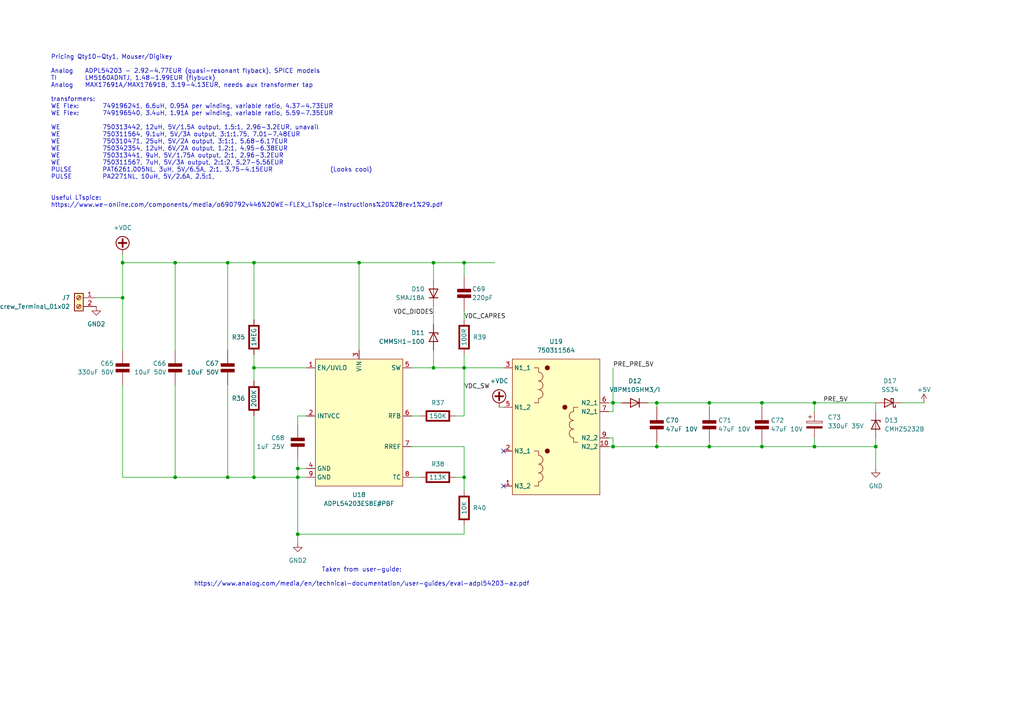
<source format=kicad_sch>
(kicad_sch (version 20250114) (generator "eeschema") (generator_version "9.0")
  (paper "A4")
  (lib_symbols
    (symbol "Connector:Screw_Terminal_01x02" (pin_names (offset 1.016) (hide yes))
      (property "Reference" "J" (at 0 2.54 0))
      (property "Value" "Screw_Terminal_01x02" (at 0 -5.08 0))
      (symbol "Screw_Terminal_01x02_1_1"
        (rectangle (start -1.27 1.27) (end 1.27 -3.81) (stroke (width 0.254)) (fill (type background)))
        (polyline (pts (xy -0.5334 0.3302) (xy 0.3302 -0.508)) (stroke (width 0.1524)))
        (polyline (pts (xy -0.5334 -2.2098) (xy 0.3302 -3.048)) (stroke (width 0.1524)))
        (polyline (pts (xy -0.3556 0.508) (xy 0.508 -0.3302)) (stroke (width 0.1524)))
        (polyline (pts (xy -0.3556 -2.032) (xy 0.508 -2.8702)) (stroke (width 0.1524)))
        (circle (center 0 0) (radius 0.635) (stroke (width 0.1524)))
        (circle (center 0 -2.54) (radius 0.635) (stroke (width 0.1524)))
        (pin passive line (at -5.08 0 0) (length 3.81) (name "Pin_1") (number "1"))
        (pin passive line (at -5.08 -2.54 0) (length 3.81) (name "Pin_2") (number "2"))
      )
    )
    (symbol "D_1" (pin_numbers (hide yes)) (pin_names (offset 1.016) (hide yes))
      (property "Reference" "D1" (at 0 -6.35 0))
      (property "Value" "V8PM10SHM3/I" (at 0 -3.81 0))
      (symbol "D_1_0_1"
        (polyline (pts (xy -1.27 1.27) (xy -1.27 -1.27)) (stroke (width 0.254)))
        (polyline (pts (xy 1.27 1.27) (xy 1.27 -1.27) (xy -1.27 0) (xy 1.27 1.27)) (stroke (width 0.254)))
        (polyline (pts (xy 1.27 0) (xy -1.27 0)))
      )
      (symbol "D_1_1_1"
        (pin passive line (at -3.81 0 0) (length 2.54) (name "K") (number "3"))
        (pin passive line (at 3.81 0 180) (length 2.54) (name "A") (number "1"))
        (pin passive line (at 3.81 0 180) (length 2.54) (name "A") (number "2"))
      )
    )
    (symbol "Device:C_Polarized" (pin_numbers (hide yes)) (pin_names (offset 0.254))
      (property "Reference" "C" (at 0.635 2.54 0))
      (property "Value" "C_Polarized" (at 0.635 -2.54 0))
      (symbol "C_Polarized_0_1"
        (rectangle (start -2.286 0.508) (end 2.286 1.016))
        (polyline (pts (xy -1.778 2.286) (xy -0.762 2.286)))
        (polyline (pts (xy -1.27 2.794) (xy -1.27 1.778)))
        (rectangle (start 2.286 -0.508) (end -2.286 -1.016) (fill (type outline)))
      )
      (symbol "C_Polarized_1_1"
        (pin passive line (at 0 3.81 270) (length 2.794) (name "~") (number "1"))
        (pin passive line (at 0 -3.81 90) (length 2.794) (name "~") (number "2"))
      )
    )
    (symbol "Device:D" (pin_numbers (hide yes)) (pin_names (offset 1.016) (hide yes))
      (property "Reference" "D" (at 0 2.54 0))
      (property "Value" "D" (at 0 -2.54 0))
      (symbol "D_0_1"
        (polyline (pts (xy -1.27 1.27) (xy -1.27 -1.27)) (stroke (width 0.254)))
        (polyline (pts (xy 1.27 1.27) (xy 1.27 -1.27) (xy -1.27 0) (xy 1.27 1.27)) (stroke (width 0.254)))
        (polyline (pts (xy 1.27 0) (xy -1.27 0)))
      )
      (symbol "D_1_1"
        (pin passive line (at -3.81 0 0) (length 2.54) (name "K") (number "1"))
        (pin passive line (at 3.81 0 180) (length 2.54) (name "A") (number "2"))
      )
    )
    (symbol "Device:D_Zener" (pin_numbers (hide yes)) (pin_names (offset 1.016) (hide yes))
      (property "Reference" "D" (at 0 2.54 0))
      (property "Value" "D_Zener" (at 0 -2.54 0))
      (symbol "D_Zener_0_1"
        (polyline (pts (xy -1.27 -1.27) (xy -1.27 1.27) (xy -0.762 1.27)) (stroke (width 0.254)))
        (polyline (pts (xy 1.27 0) (xy -1.27 0)))
        (polyline (pts (xy 1.27 -1.27) (xy 1.27 1.27) (xy -1.27 0) (xy 1.27 -1.27)) (stroke (width 0.254)))
      )
      (symbol "D_Zener_1_1"
        (pin passive line (at -3.81 0 0) (length 2.54) (name "K") (number "1"))
        (pin passive line (at 3.81 0 180) (length 2.54) (name "A") (number "2"))
      )
    )
    (symbol "Diode:SS34" (pin_numbers (hide yes)) (pin_names (offset 1.016) (hide yes))
      (property "Reference" "D" (at 0 2.54 0))
      (property "Value" "SS34" (at 0 -2.54 0))
      (symbol "SS34_0_1"
        (polyline (pts (xy -1.905 0.635) (xy -1.905 1.27) (xy -1.27 1.27) (xy -1.27 -1.27) (xy -0.635 -1.27) (xy -0.635 -0.635)) (stroke (width 0.254)))
        (polyline (pts (xy 1.27 1.27) (xy 1.27 -1.27) (xy -1.27 0) (xy 1.27 1.27)) (stroke (width 0.254)))
        (polyline (pts (xy 1.27 0) (xy -1.27 0)))
      )
      (symbol "SS34_1_1"
        (pin passive line (at -3.81 0 0) (length 2.54) (name "K") (number "1"))
        (pin passive line (at 3.81 0 180) (length 2.54) (name "A") (number "2"))
      )
    )
    (symbol "PCM_Elektuur:C" (pin_numbers (hide yes)) (pin_names (offset 0) (hide yes))
      (property "Reference" "C" (at 0.635 3.175 0))
      (property "Value" "C" (at 0.635 -3.175 0))
      (symbol "C_1_1"
        (rectangle (start -1.905 1.1938) (end 1.905 0.4318) (stroke (width 0.254)) (fill (type outline)))
        (rectangle (start -1.905 -0.4318) (end 1.905 -1.1938) (stroke (width 0.254)) (fill (type outline)))
        (pin passive line (at 0 5.08 270) (length 3.8862) (name "+") (number "1"))
        (pin passive line (at 0 -5.08 90) (length 3.8862) (name "-") (number "2"))
      )
      (symbol "C_1_2"
        (polyline (pts (xy -1.905 0.4318) (xy 1.905 0.4318) (xy 1.905 1.4986) (xy -1.905 1.4986) (xy -1.905 0.4318) (xy -1.8034 0.5334) (xy -1.8034 1.397) (xy 1.8034 1.397) (xy 1.8034 0.5334) (xy -1.8034 0.5334) (xy -1.905 0.4318)) (stroke (width 0.254)) (fill (type outline)))
        (polyline (pts (xy -1.905 -1.4986) (xy 1.905 -1.4986) (xy 1.905 -0.4318) (xy -1.905 -0.4318) (xy -1.905 -1.4986) (xy -1.8034 -1.397) (xy -1.8034 -0.5334) (xy 1.8034 -0.5334) (xy 1.8034 -1.397) (xy -1.8034 -1.397) (xy -1.905 -1.4986)) (stroke (width 0.254)) (fill (type outline)))
        (pin passive line (at 0 5.08 270) (length 3.5814) (name "+") (number "1"))
        (pin passive line (at 0 -5.08 90) (length 3.5814) (name "-") (number "2"))
      )
    )
    (symbol "PCM_Elektuur:R" (pin_numbers (hide yes)) (pin_names (offset 0) (hide yes))
      (property "Reference" "R" (at 2.54 3.175 0))
      (property "Value" "R" (at 0 0 90))
      (symbol "R_1_1"
        (polyline (pts (xy -1.524 -3.429) (xy 1.524 -3.429) (xy 1.524 3.429) (xy -1.524 3.429) (xy -1.524 -3.429) (xy -1.27 -3.175) (xy -1.27 3.175) (xy 1.27 3.175) (xy 1.27 -3.175) (xy -1.27 -3.175) (xy -1.524 -3.429)) (stroke (width 0.254)) (fill (type outline)))
        (pin passive line (at 0 5.08 270) (length 1.651) (name "+") (number "1"))
        (pin passive line (at 0 -5.08 90) (length 1.651) (name "-") (number "2"))
      )
      (symbol "R_1_2"
        (polyline (pts (xy -0.508 -3.429) (xy 1.524 -3.429) (xy 1.524 3.429) (xy -0.508 3.429) (xy -0.508 3.175) (xy 1.27 3.175) (xy 1.27 -3.175) (xy -0.508 -3.175) (xy -0.508 -3.429)) (stroke (width 0.254)) (fill (type outline)))
        (pin passive line (at 0 5.08 270) (length 1.651) (name "+") (number "1"))
        (pin passive line (at 0 -5.08 90) (length 1.651) (name "-") (number "2"))
      )
      (symbol "R_1_3"
        (polyline (pts (xy 0 3.4798) (xy 0 3.2004) (xy 0.7112 2.794) (xy -1.1938 1.6764) (xy 0.7112 0.5588) (xy -1.1938 -0.5588) (xy 0.7112 -1.6764) (xy -1.1938 -2.794) (xy 0 -3.4798) (xy 0 -3.2004) (xy -0.7112 -2.794) (xy 1.1938 -1.6764) (xy -0.7112 -0.5588) (xy 1.1938 0.5588) (xy -0.7112 1.6764) (xy 1.1938 2.794) (xy 0 3.4798)) (stroke (width 0.254)) (fill (type outline)))
        (pin passive line (at 0 5.08 270) (length 1.6002) (name "+") (number "1"))
        (pin passive line (at 0 -5.08 90) (length 1.6002) (name "-") (number "2"))
      )
      (symbol "R_1_4"
        (polyline (pts (xy 0 4.5466) (xy 0 4.2672) (xy 0.0508 4.2418) (xy 1.016 3.683) (xy -1.524 2.2098) (xy 1.016 0.7366) (xy -1.524 -0.7366) (xy 1.016 -2.2098) (xy -1.524 -3.683) (xy -0.0762 -4.5212) (xy 0 -4.5466) (xy 0 -4.2672) (xy -0.0508 -4.2418) (xy -1.016 -3.683) (xy 1.524 -2.2098) (xy -1.016 -0.7366) (xy 1.524 0.7366) (xy -1.016 2.2098) (xy 1.524 3.683) (xy 0.0762 4.5212) (xy 0 4.5466)) (stroke (width 0.254)) (fill (type outline)))
        (pin passive line (at 0 5.08 270) (length 0.5334) (name "+") (number "1"))
        (pin passive line (at 0 -5.08 90) (length 0.5334) (name "-") (number "2"))
      )
    )
    (symbol "parts:ADPL54203"
      (property "Reference" "U" (at 0.762 1.016 0))
      (property "Value" "ADPL54203ES8E#PBF" (at 0 0 0))
      (symbol "ADPL54203_1_1"
        (rectangle (start 0 -2.54) (end 25.4 -39.37) (fill (type background)))
        (pin input line (at -2.54 -5.08 0) (length 2.54) (name "EN/UVLO") (number "1"))
        (pin input line (at -2.54 -19.05 0) (length 2.54) (name "INTVCC") (number "2"))
        (pin power_in line (at -2.54 -34.29 0) (length 2.54) (name "GND") (number "4"))
        (pin power_in line (at -2.54 -36.83 0) (length 2.54) (name "GND") (number "9"))
        (pin power_in line (at 12.7 0 270) (length 2.54) (name "VIN") (number "3"))
        (pin passive line (at 27.94 -5.08 180) (length 2.54) (name "SW") (number "5"))
        (pin passive line (at 27.94 -19.05 180) (length 2.54) (name "RFB") (number "6"))
        (pin passive line (at 27.94 -27.94 180) (length 2.54) (name "RREF") (number "7"))
        (pin passive line (at 27.94 -36.83 180) (length 2.54) (name "TC") (number "8"))
      )
    )
    (symbol "parts:WURTH_750311564"
      (property "Reference" "U" (at 0.762 1.016 0))
      (property "Value" "750311564" (at 0 0 0))
      (symbol "WURTH_750311564_1_1"
        (rectangle (start 0 0) (end 25.4 -39.37) (fill (type background)))
        (polyline (pts (xy 6.35 -2.54) (xy 7.62 -2.54) (xy 7.62 -3.81)))
        (polyline (pts (xy 6.35 -12.7) (xy 7.62 -12.7) (xy 7.62 -11.43)))
        (polyline (pts (xy 6.35 -26.67) (xy 7.62 -26.67) (xy 7.62 -27.94)))
        (polyline (pts (xy 6.35 -36.83) (xy 7.62 -36.83) (xy 7.62 -35.56)))
        (arc (start 7.62 -3.81) (mid 8.518 -4.182) (end 8.89 -5.08))
        (arc (start 8.89 -5.08) (mid 8.518 -5.978) (end 7.62 -6.35))
        (arc (start 7.62 -6.35) (mid 8.518 -6.722) (end 8.89 -7.62))
        (arc (start 8.89 -7.62) (mid 8.518 -8.518) (end 7.62 -8.89))
        (arc (start 7.62 -8.89) (mid 8.518 -9.262) (end 8.89 -10.16))
        (arc (start 8.89 -10.16) (mid 8.518 -11.058) (end 7.62 -11.43))
        (arc (start 7.62 -27.94) (mid 8.518 -28.312) (end 8.89 -29.21))
        (arc (start 8.89 -29.21) (mid 8.518 -30.108) (end 7.62 -30.48))
        (arc (start 7.62 -30.48) (mid 8.518 -30.852) (end 8.89 -31.75))
        (arc (start 8.89 -31.75) (mid 8.518 -32.648) (end 7.62 -33.02))
        (arc (start 7.62 -33.02) (mid 8.518 -33.392) (end 8.89 -34.29))
        (arc (start 8.89 -34.29) (mid 8.518 -35.188) (end 7.62 -35.56))
        (circle (center 10.16 -2.54) (radius 0.635) (fill (type outline)))
        (circle (center 10.16 -26.67) (radius 0.635) (fill (type outline)))
        (circle (center 15.24 -13.97) (radius 0.635) (fill (type outline)))
        (arc (start 16.51 -16.51) (mid 16.882 -15.612) (end 17.78 -15.24))
        (arc (start 17.78 -17.78) (mid 16.882 -17.408) (end 16.51 -16.51))
        (arc (start 16.51 -19.05) (mid 16.882 -18.152) (end 17.78 -17.78))
        (arc (start 17.78 -20.32) (mid 16.882 -19.948) (end 16.51 -19.05))
        (arc (start 16.51 -21.59) (mid 16.882 -20.692) (end 17.78 -20.32))
        (arc (start 17.78 -22.86) (mid 16.882 -22.488) (end 16.51 -21.59))
        (polyline (pts (xy 19.05 -13.97) (xy 17.78 -13.97) (xy 17.78 -15.24)))
        (polyline (pts (xy 19.05 -24.13) (xy 17.78 -24.13) (xy 17.78 -22.86)))
        (pin passive line (at -2.54 -2.54 0) (length 2.54) (name "N1_1") (number "3"))
        (pin passive line (at -2.54 -13.97 0) (length 2.54) (name "N1_2") (number "5"))
        (pin passive line (at -2.54 -26.67 0) (length 2.54) (name "N3_1") (number "2"))
        (pin passive line (at -2.54 -36.83 0) (length 2.54) (name "N3_2") (number "1"))
        (pin passive line (at 27.94 -12.7 180) (length 2.54) (name "N2_1") (number "6"))
        (pin passive line (at 27.94 -15.24 180) (length 2.54) (name "N2_1") (number "7"))
        (pin passive line (at 27.94 -22.86 180) (length 2.54) (name "N2_2") (number "9"))
        (pin passive line (at 27.94 -25.4 180) (length 2.54) (name "N2_2") (number "10"))
      )
    )
    (symbol "power:+5V" (power) (pin_numbers (hide yes)) (pin_names (offset 0) (hide yes))
      (property "Value" "+5V" (at 0 3.556 0))
      (symbol "+5V_0_1"
        (polyline (pts (xy -0.762 1.27) (xy 0 2.54)))
        (polyline (pts (xy 0 2.54) (xy 0.762 1.27)))
        (polyline (pts (xy 0 0) (xy 0 2.54)))
      )
      (symbol "+5V_1_1"
        (pin power_in line (at 0 0 90) (length 0) (name "~") (number "1"))
      )
    )
    (symbol "power:+VDC" (power) (pin_numbers (hide yes)) (pin_names (offset 0) (hide yes))
      (property "Value" "+VDC" (at 0 6.35 0))
      (symbol "+VDC_0_1"
        (polyline (pts (xy -1.143 3.175) (xy 1.143 3.175)) (stroke (width 0.508)))
        (circle (center 0 3.175) (radius 1.905) (stroke (width 0.254)))
        (polyline (pts (xy 0 2.032) (xy 0 4.318)) (stroke (width 0.508)))
        (polyline (pts (xy 0 0) (xy 0 1.27)))
      )
      (symbol "+VDC_1_1"
        (pin power_in line (at 0 0 90) (length 0) (name "~") (number "1"))
      )
    )
    (symbol "power:GND" (power) (pin_numbers (hide yes)) (pin_names (offset 0) (hide yes))
      (property "Value" "GND" (at 0 -3.81 0))
      (symbol "GND_0_1"
        (polyline (pts (xy 0 0) (xy 0 -1.27) (xy 1.27 -1.27) (xy 0 -2.54) (xy -1.27 -1.27) (xy 0 -1.27)))
      )
      (symbol "GND_1_1"
        (pin power_in line (at 0 0 270) (length 0) (name "~") (number "1"))
      )
    )
    (symbol "power:GND2" (power) (pin_numbers (hide yes)) (pin_names (offset 0) (hide yes))
      (property "Value" "GND2" (at 0 -3.81 0))
      (symbol "GND2_0_1"
        (polyline (pts (xy 0 0) (xy 0 -1.27) (xy 1.27 -1.27) (xy 0 -2.54) (xy -1.27 -1.27) (xy 0 -1.27)))
      )
      (symbol "GND2_1_1"
        (pin power_in line (at 0 0 270) (length 0) (name "~") (number "1"))
      )
    )
  )
  (text "Pricing Qty10-Qty1, Mouser/Digikey\n\nAnalog 	ADPL54203 - 2.92-4.77EUR (quasi-resonant flyback), SPICE models\nTI		LM5160ADNTJ, 1.48-1.99EUR (flybuck)\nAnalog 	MAX17691A/MAX17691B, 3.19-4.13EUR, needs aux transformer tap\n\ntransformers:\nWE Flex:	749196241, 6.6uH, 0.95A per winding, variable ratio, 4.37-4.73EUR\nWE Flex: 	749196540, 3.4uH, 1.91A per winding, variable ratio, 5.59-7.35EUR\n\nWE 			750313442, 12uH, 5V/1.5A output, 1.5:1, 2.96-3.2EUR, unavail\nWE 			750311564, 9.1uH, 5V/3A output, 3:1:1.75, 7.01-7.48EUR\nWE			750310471, 25uH, 5V/2A output, 3:1:1, 5.68-6.17EUR\nWE			750342354, 12uH, 6V/2A output, 1.2:1, 4.95-6.38EUR\nWE			750313441, 9uH, 5V/1.75A output, 2:1, 2.96-3.2EUR\nWE			750311567, 7uH, 5V/3A output, 2:1:2, 5.27-5.56EUR\nPULSE		PAT6261.005NL, 3uH, 5V/6.5A, 2:1, 3.75-4.15EUR		(Looks cool)\nPULSE		PA2271NL, 10uH, 5V/2.6A, 2.5:1, \n\n\nUseful LTspice:\nhttps://www.we-online.com/components/media/o690792v446%20WE-FLEX_LTspice-instructions%20%28rev1%29.pdf" (at 14.732 38.1 0) (effects (font (size 1.27 1.27)) (justify left)))
  (text "Taken from user-guide:\n\nhttps://www.analog.com/media/en/technical-documentation/user-guides/eval-adpl54203-az.pdf" (at 104.902 167.386 0) (effects (font (size 1.27 1.27))))
  (junction (at 86.36 154.94))
  (junction (at 73.66 138.43))
  (junction (at 125.73 106.68))
  (junction (at 86.36 135.89))
  (junction (at 134.62 106.68))
  (junction (at 35.56 86.36))
  (junction (at 177.8 116.84))
  (junction (at 236.22 116.84))
  (junction (at 220.98 116.84))
  (junction (at 134.62 138.43))
  (junction (at 35.56 76.2))
  (junction (at 73.66 76.2))
  (junction (at 190.5 129.54))
  (junction (at 236.22 129.54))
  (junction (at 254 129.54))
  (junction (at 205.74 116.84))
  (junction (at 190.5 116.84))
  (junction (at 220.98 129.54))
  (junction (at 134.62 76.2))
  (junction (at 177.8 129.54))
  (junction (at 73.66 106.68))
  (junction (at 104.14 76.2))
  (junction (at 50.8 76.2))
  (junction (at 50.8 138.43))
  (junction (at 66.04 76.2))
  (junction (at 205.74 129.54))
  (junction (at 86.36 138.43))
  (junction (at 125.73 76.2))
  (junction (at 66.04 138.43))
  (no_connect (at 146.05 140.97))
  (no_connect (at 146.05 130.81))
  (wire (pts (xy 125.73 106.68) (xy 134.62 106.68)))
  (wire (pts (xy 134.62 102.87) (xy 134.62 106.68)))
  (wire (pts (xy 88.9 138.43) (xy 86.36 138.43)))
  (wire (pts (xy 254 129.54) (xy 254 135.89)))
  (wire (pts (xy 176.53 129.54) (xy 177.8 129.54)))
  (wire (pts (xy 66.04 138.43) (xy 73.66 138.43)))
  (wire (pts (xy 205.74 128.27) (xy 205.74 129.54)))
  (wire (pts (xy 146.05 118.11) (xy 144.78 118.11)))
  (wire (pts (xy 50.8 111.76) (xy 50.8 138.43)))
  (wire (pts (xy 220.98 129.54) (xy 205.74 129.54)))
  (wire (pts (xy 86.36 123.19) (xy 86.36 120.65)))
  (wire (pts (xy 119.38 138.43) (xy 121.92 138.43)))
  (wire (pts (xy 205.74 116.84) (xy 205.74 118.11)))
  (wire (pts (xy 134.62 90.17) (xy 134.62 92.71)))
  (wire (pts (xy 134.62 106.68) (xy 146.05 106.68)))
  (wire (pts (xy 104.14 76.2) (xy 125.73 76.2)))
  (wire (pts (xy 134.62 120.65) (xy 134.62 106.68)))
  (wire (pts (xy 35.56 86.36) (xy 35.56 76.2)))
  (wire (pts (xy 119.38 129.54) (xy 134.62 129.54)))
  (wire (pts (xy 125.73 88.9) (xy 125.73 93.98)))
  (wire (pts (xy 125.73 76.2) (xy 134.62 76.2)))
  (wire (pts (xy 73.66 106.68) (xy 73.66 102.87)))
  (wire (pts (xy 143.51 76.2) (xy 134.62 76.2)))
  (wire (pts (xy 119.38 120.65) (xy 121.92 120.65)))
  (wire (pts (xy 35.56 101.6) (xy 35.56 86.36)))
  (wire (pts (xy 86.36 154.94) (xy 86.36 157.48)))
  (wire (pts (xy 73.66 92.71) (xy 73.66 76.2)))
  (wire (pts (xy 190.5 129.54) (xy 205.74 129.54)))
  (wire (pts (xy 220.98 116.84) (xy 236.22 116.84)))
  (wire (pts (xy 86.36 120.65) (xy 88.9 120.65)))
  (wire (pts (xy 254 127) (xy 254 129.54)))
  (wire (pts (xy 132.08 138.43) (xy 134.62 138.43)))
  (wire (pts (xy 236.22 129.54) (xy 254 129.54)))
  (wire (pts (xy 66.04 111.76) (xy 66.04 138.43)))
  (wire (pts (xy 177.8 129.54) (xy 190.5 129.54)))
  (wire (pts (xy 236.22 127) (xy 236.22 129.54)))
  (wire (pts (xy 35.56 111.76) (xy 35.56 138.43)))
  (wire (pts (xy 205.74 116.84) (xy 220.98 116.84)))
  (wire (pts (xy 134.62 80.01) (xy 134.62 76.2)))
  (wire (pts (xy 132.08 120.65) (xy 134.62 120.65)))
  (wire (pts (xy 267.97 116.84) (xy 261.62 116.84)))
  (wire (pts (xy 134.62 152.4) (xy 134.62 154.94)))
  (wire (pts (xy 134.62 138.43) (xy 134.62 142.24)))
  (wire (pts (xy 35.56 73.66) (xy 35.56 76.2)))
  (wire (pts (xy 187.96 116.84) (xy 190.5 116.84)))
  (wire (pts (xy 125.73 76.2) (xy 125.73 81.28)))
  (wire (pts (xy 236.22 119.38) (xy 236.22 116.84)))
  (wire (pts (xy 50.8 138.43) (xy 66.04 138.43)))
  (wire (pts (xy 236.22 129.54) (xy 220.98 129.54)))
  (wire (pts (xy 134.62 129.54) (xy 134.62 138.43)))
  (wire (pts (xy 73.66 106.68) (xy 73.66 110.49)))
  (wire (pts (xy 190.5 128.27) (xy 190.5 129.54)))
  (wire (pts (xy 190.5 116.84) (xy 190.5 118.11)))
  (wire (pts (xy 104.14 76.2) (xy 104.14 101.6)))
  (wire (pts (xy 73.66 138.43) (xy 86.36 138.43)))
  (wire (pts (xy 254 119.38) (xy 254 116.84)))
  (wire (pts (xy 236.22 116.84) (xy 254 116.84)))
  (wire (pts (xy 35.56 138.43) (xy 50.8 138.43)))
  (wire (pts (xy 190.5 116.84) (xy 205.74 116.84)))
  (wire (pts (xy 66.04 101.6) (xy 66.04 76.2)))
  (wire (pts (xy 220.98 128.27) (xy 220.98 129.54)))
  (wire (pts (xy 86.36 133.35) (xy 86.36 135.89)))
  (wire (pts (xy 119.38 106.68) (xy 125.73 106.68)))
  (wire (pts (xy 176.53 119.38) (xy 177.8 119.38)))
  (wire (pts (xy 86.36 135.89) (xy 86.36 138.43)))
  (wire (pts (xy 73.66 120.65) (xy 73.66 138.43)))
  (wire (pts (xy 177.8 127) (xy 177.8 129.54)))
  (wire (pts (xy 27.94 86.36) (xy 35.56 86.36)))
  (wire (pts (xy 50.8 101.6) (xy 50.8 76.2)))
  (wire (pts (xy 177.8 106.68) (xy 177.8 116.84)))
  (wire (pts (xy 86.36 138.43) (xy 86.36 154.94)))
  (wire (pts (xy 86.36 154.94) (xy 134.62 154.94)))
  (wire (pts (xy 88.9 135.89) (xy 86.36 135.89)))
  (wire (pts (xy 73.66 76.2) (xy 104.14 76.2)))
  (wire (pts (xy 66.04 76.2) (xy 73.66 76.2)))
  (wire (pts (xy 176.53 116.84) (xy 177.8 116.84)))
  (wire (pts (xy 176.53 127) (xy 177.8 127)))
  (wire (pts (xy 177.8 119.38) (xy 177.8 116.84)))
  (wire (pts (xy 50.8 76.2) (xy 66.04 76.2)))
  (wire (pts (xy 35.56 76.2) (xy 50.8 76.2)))
  (wire (pts (xy 220.98 116.84) (xy 220.98 118.11)))
  (wire (pts (xy 177.8 116.84) (xy 180.34 116.84)))
  (wire (pts (xy 88.9 106.68) (xy 73.66 106.68)))
  (wire (pts (xy 125.73 101.6) (xy 125.73 106.68)))
  (label "VDC_CAPRES" (at 134.62 92.71 0))
  (label "VDC_DIODES" (at 125.73 91.44 180))
  (label "VDC_SW" (at 134.62 113.03 0))
  (label "PRE_5V" (at 238.76 116.84 0))
  (label "PRE_PRE_5V" (at 177.8 106.68 0))
  (symbol (lib_id "power:GND") (at 254 135.89 0) (unit 1)
    (property "Reference" "#PWR0134" (effects (hide yes)))
    (property "Value" "GND" (at 254 140.97 0))
    (property "Description" "Power symbol creates a global label with name \"GND\" , ground" (effects (hide yes)))
  )
  (symbol (lib_id "PCM_Elektuur:C") (at 66.04 106.68 0) (mirror y) (unit 1)
    (property "Reference" "C67" (at 63.5 105.41 0) (effects (justify left)))
    (property "Value" "10uF 50V" (at 63.5 107.95 0) (effects (justify left)))
    (property "Footprint" "Capacitor_SMD:C_1210_3225Metric" (effects (hide yes)))
    (property "Description" "capacitor, non-polarized/bipolar" (effects (hide yes)))
    (property "Indicator" "+" (effects (hide yes)))
    (property "Rating" "V" (effects (hide yes)))
  )
  (symbol (lib_id "PCM_Elektuur:C") (at 86.36 128.27 0) (mirror y) (unit 1)
    (property "Reference" "C68" (at 82.55 126.9999 0) (effects (justify left)))
    (property "Value" "1uF 25V" (at 82.55 129.5399 0) (effects (justify left)))
    (property "Footprint" "Capacitor_SMD:C_0805_2012Metric" (effects (hide yes)))
    (property "Description" "capacitor, non-polarized/bipolar" (effects (hide yes)))
    (property "Indicator" "+" (effects (hide yes)))
    (property "Rating" "V" (effects (hide yes)))
  )
  (symbol (lib_id "power:GND2") (at 86.36 157.48 0) (unit 1)
    (property "Reference" "#PWR0132" (effects (hide yes)))
    (property "Value" "GND2" (at 86.36 162.56 0))
    (property "Description" "Power symbol creates a global label with name \"GND2\" , ground" (effects (hide yes)))
  )
  (symbol (lib_id "parts:WURTH_750311564") (at 148.59 104.14 0) (unit 1)
    (property "Reference" "U19" (at 161.29 99.06 0))
    (property "Value" "750311564" (at 161.29 101.6 0))
    (property "Footprint" "parts:T_Wurth_WE-FB-EP13_16.36" (effects (hide yes)))
    (property "Datasheet" "https://www.we-online.com/components/products/datasheet/750311564.pdf" (effects (hide yes)))
    (property "Description" "WE-FB Flyback Transformer" (effects (hide yes)))
    (property "MPN" "750311564" (effects (hide yes)))
  )
  (symbol (lib_id "PCM_Elektuur:R") (at 134.62 97.79 0) (unit 1)
    (property "Reference" "R39" (at 137.16 97.7899 0) (effects (justify left)))
    (property "Value" "100R" (at 134.62 97.79 90))
    (property "Footprint" "Resistor_SMD:R_1206_3216Metric" (effects (hide yes)))
    (property "Description" "resistor" (effects (hide yes)))
    (property "Indicator" "+" (effects (hide yes)))
    (property "Rating" "W" (effects (hide yes)))
  )
  (symbol (lib_id "PCM_Elektuur:C") (at 134.62 85.09 0) (unit 1)
    (property "Reference" "C69" (at 136.906 83.82 0) (effects (justify left)))
    (property "Value" "220pF" (at 136.906 86.36 0) (effects (justify left)))
    (property "Footprint" "Capacitor_SMD:C_0805_2012Metric" (effects (hide yes)))
    (property "Description" "capacitor, non-polarized/bipolar" (effects (hide yes)))
    (property "Indicator" "+" (effects (hide yes)))
    (property "Rating" "V" (effects (hide yes)))
  )
  (symbol (lib_id "parts:ADPL54203") (at 91.44 101.6 0) (unit 1)
    (property "Reference" "U18" (at 104.14 143.51 0))
    (property "Value" "ADPL54203ES8E#PBF" (at 104.14 146.05 0))
    (property "Footprint" "Package_SO:SOIC-8-1EP_3.9x4.9mm_P1.27mm_EP2.41x3.81mm_ThermalVias" (effects (hide yes)))
    (property "Datasheet" "https://www.analog.com/media/en/technical-documentation/data-sheets/adpl54203.pdf" (effects (hide yes)))
    (property "Description" "40VIN Micropower No-Opto Isolated Flyback Converter with 60V/3.4A Switch" (effects (hide yes)))
  )
  (symbol (lib_id "PCM_Elektuur:C") (at 50.8 106.68 0) (mirror y) (unit 1)
    (property "Reference" "C66" (at 48.26 105.41 0) (effects (justify left)))
    (property "Value" "10uF 50V" (at 48.26 107.95 0) (effects (justify left)))
    (property "Footprint" "Capacitor_SMD:C_1210_3225Metric" (effects (hide yes)))
    (property "Description" "capacitor, non-polarized/bipolar" (effects (hide yes)))
    (property "Indicator" "+" (effects (hide yes)))
    (property "Rating" "V" (effects (hide yes)))
  )
  (symbol (lib_id "power:GND2") (at 27.94 88.9 0) (unit 1)
    (property "Reference" "#PWR0167" (effects (hide yes)))
    (property "Value" "GND2" (at 27.94 93.98 0))
    (property "Description" "Power symbol creates a global label with name \"GND2\" , ground" (effects (hide yes)))
  )
  (symbol (lib_name "D_1") (lib_id "Device:D") (at 184.15 116.84 180) (unit 1)
    (property "Reference" "D12" (at 184.15 110.49 0))
    (property "Value" "V8PM10SHM3/I" (at 184.15 113.03 0))
    (property "Footprint" "Package_TO_SOT_SMD:TO-277A" (effects (hide yes)))
    (property "Datasheet" "https://www.vishay.com/docs/87532/v8pm10s.pdf" (effects (hide yes)))
    (property "Description" "Diode" (effects (hide yes)))
    (property "Sim.Device" "D" (effects (hide yes)))
    (property "Sim.Pins" "1=K 2=A" (effects (hide yes)))
    (property "MPN" "V8PM10SHM3/I" (effects (hide yes)))
  )
  (symbol (lib_id "Device:D") (at 125.73 85.09 90) (unit 1)
    (property "Reference" "D10" (at 123.19 83.8199 90) (effects (justify left)))
    (property "Value" "SMAJ18A" (at 123.19 86.3599 90) (effects (justify left)))
    (property "Footprint" "Diode_SMD:D_SMA" (effects (hide yes)))
    (property "Description" "Diode" (effects (hide yes)))
    (property "Sim.Device" "D" (effects (hide yes)))
    (property "Sim.Pins" "1=K 2=A" (effects (hide yes)))
    (property "MPN" "SMAJ18A" (effects (hide yes)))
  )
  (symbol (lib_id "PCM_Elektuur:C") (at 190.5 123.19 0) (unit 1)
    (property "Reference" "C70" (at 193.04 121.92 0) (effects (justify left)))
    (property "Value" "47uF 10V" (at 193.04 124.46 0) (effects (justify left)))
    (property "Footprint" "Capacitor_SMD:C_1210_3225Metric" (effects (hide yes)))
    (property "Description" "capacitor, non-polarized/bipolar" (effects (hide yes)))
    (property "Indicator" "+" (effects (hide yes)))
    (property "Rating" "V" (effects (hide yes)))
  )
  (symbol (lib_id "power:+VDC") (at 144.78 118.11 0) (unit 1)
    (property "Reference" "#PWR0168" (effects (hide yes)))
    (property "Value" "+VDC" (at 144.78 110.49 0))
    (property "Description" "Power symbol creates a global label with name \"+VDC\"" (effects (hide yes)))
  )
  (symbol (lib_id "PCM_Elektuur:R") (at 127 138.43 90) (unit 1)
    (property "Reference" "R38" (at 127 134.62 90))
    (property "Value" "113K" (at 127 138.43 90))
    (property "Footprint" "Resistor_SMD:R_0603_1608Metric" (effects (hide yes)))
    (property "Description" "resistor" (effects (hide yes)))
    (property "Indicator" "+" (effects (hide yes)))
    (property "Rating" "W" (effects (hide yes)))
  )
  (symbol (lib_id "PCM_Elektuur:C") (at 35.56 106.68 0) (mirror y) (unit 1)
    (property "Reference" "C65" (at 33.02 105.41 0) (effects (justify left)))
    (property "Value" "330uF 50V" (at 33.02 107.95 0) (effects (justify left)))
    (property "Footprint" "Capacitor_SMD:C_1210_3225Metric" (effects (hide yes)))
    (property "Description" "capacitor, non-polarized/bipolar" (effects (hide yes)))
    (property "Indicator" "+" (effects (hide yes)))
    (property "Rating" "V" (effects (hide yes)))
  )
  (symbol (lib_id "PCM_Elektuur:R") (at 134.62 147.32 0) (unit 1)
    (property "Reference" "R40" (at 137.16 147.3199 0) (effects (justify left)))
    (property "Value" "10K" (at 134.62 147.32 90))
    (property "Footprint" "Resistor_SMD:R_0603_1608Metric" (effects (hide yes)))
    (property "Description" "resistor" (effects (hide yes)))
    (property "Indicator" "+" (effects (hide yes)))
    (property "Rating" "W" (effects (hide yes)))
  )
  (symbol (lib_id "PCM_Elektuur:R") (at 73.66 115.57 0) (mirror x) (unit 1)
    (property "Reference" "R36" (at 71.12 115.5699 0) (effects (justify right)))
    (property "Value" "200K" (at 73.66 115.57 90))
    (property "Footprint" "Resistor_SMD:R_0603_1608Metric" (effects (hide yes)))
    (property "Description" "resistor" (effects (hide yes)))
    (property "Indicator" "+" (effects (hide yes)))
    (property "Rating" "W" (effects (hide yes)))
  )
  (symbol (lib_id "Device:D_Zener") (at 125.73 97.79 270) (unit 1)
    (property "Reference" "D11" (at 123.19 96.5199 90) (effects (justify right)))
    (property "Value" "CMMSH1-100" (at 123.19 99.0599 90) (effects (justify right)))
    (property "Footprint" "Diode_SMD:D_SOD-123F" (effects (hide yes)))
    (property "Description" "Zener diode" (effects (hide yes)))
    (property "MPN" "CMMSH1-100" (effects (hide yes)))
  )
  (symbol (lib_id "power:+5V") (at 267.97 116.84 0) (mirror y) (unit 1)
    (property "Reference" "#PWR0133" (effects (hide yes)))
    (property "Value" "+5V" (at 267.97 113.03 0))
    (property "Description" "Power symbol creates a global label with name \"+5V\"" (effects (hide yes)))
  )
  (symbol (lib_id "PCM_Elektuur:R") (at 127 120.65 90) (unit 1)
    (property "Reference" "R37" (at 127 116.84 90))
    (property "Value" "150K" (at 127 120.65 90))
    (property "Footprint" "Resistor_SMD:R_0603_1608Metric" (effects (hide yes)))
    (property "Description" "resistor" (effects (hide yes)))
    (property "Indicator" "+" (effects (hide yes)))
    (property "Rating" "W" (effects (hide yes)))
  )
  (symbol (lib_id "PCM_Elektuur:C") (at 205.74 123.19 0) (unit 1)
    (property "Reference" "C71" (at 208.28 121.92 0) (effects (justify left)))
    (property "Value" "47uF 10V" (at 208.28 124.46 0) (effects (justify left)))
    (property "Footprint" "Capacitor_SMD:C_1210_3225Metric" (effects (hide yes)))
    (property "Description" "capacitor, non-polarized/bipolar" (effects (hide yes)))
    (property "Indicator" "+" (effects (hide yes)))
    (property "Rating" "V" (effects (hide yes)))
  )
  (symbol (lib_id "Device:D_Zener") (at 254 123.19 270) (unit 1)
    (property "Reference" "D13" (at 256.54 121.9199 90) (effects (justify left)))
    (property "Value" "CMHZ5232B" (at 256.54 124.4599 90) (effects (justify left)))
    (property "Footprint" "Diode_SMD:D_SOD-123" (effects (hide yes)))
    (property "Description" "5.3V zener" (effects (hide yes)))
    (property "MPN" "CMHZ5232B" (effects (hide yes)))
  )
  (symbol (lib_id "Connector:Screw_Terminal_01x02") (at 22.86 86.36 0) (mirror y) (unit 1)
    (property "Reference" "J7" (at 20.32 86.3599 0) (effects (justify left)))
    (property "Value" "Screw_Terminal_01x02" (at 20.32 88.8999 0) (effects (justify left)))
    (property "Footprint" "TerminalBlock_Phoenix:TerminalBlock_Phoenix_PT-1,5-2-5.0-H_1x02_P5.00mm_Horizontal" (effects (hide yes)))
    (property "Description" "Generic screw terminal, single row, 01x02, script generated (kicad-library-utils/schlib/autogen/connector/)" (effects (hide yes)))
  )
  (symbol (lib_id "PCM_Elektuur:R") (at 73.66 97.79 0) (mirror x) (unit 1)
    (property "Reference" "R35" (at 71.12 97.7899 0) (effects (justify right)))
    (property "Value" "1MEG" (at 73.66 97.79 90))
    (property "Footprint" "Resistor_SMD:R_0603_1608Metric" (effects (hide yes)))
    (property "Description" "resistor" (effects (hide yes)))
    (property "Indicator" "+" (effects (hide yes)))
    (property "Rating" "W" (effects (hide yes)))
  )
  (symbol (lib_id "power:+VDC") (at 35.56 73.66 0) (unit 1)
    (property "Reference" "#PWR0131" (effects (hide yes)))
    (property "Value" "+VDC" (at 35.56 66.04 0))
    (property "Description" "Power symbol creates a global label with name \"+VDC\"" (effects (hide yes)))
  )
  (symbol (lib_id "Device:C_Polarized") (at 236.22 123.19 0) (unit 1)
    (property "Reference" "C73" (at 240.03 121.0309 0) (effects (justify left)))
    (property "Value" "330uF 35V" (at 240.03 123.5709 0) (effects (justify left)))
    (property "Description" "Polarized capacitor" (effects (hide yes)))
  )
  (symbol (lib_id "PCM_Elektuur:C") (at 220.98 123.19 0) (unit 1)
    (property "Reference" "C72" (at 223.52 121.92 0) (effects (justify left)))
    (property "Value" "47uF 10V" (at 223.52 124.46 0) (effects (justify left)))
    (property "Footprint" "Capacitor_SMD:C_1210_3225Metric" (effects (hide yes)))
    (property "Description" "capacitor, non-polarized/bipolar" (effects (hide yes)))
    (property "Indicator" "+" (effects (hide yes)))
    (property "Rating" "V" (effects (hide yes)))
  )
  (symbol (lib_id "Diode:SS34") (at 257.81 116.84 180) (unit 1)
    (property "Reference" "D17" (at 258.1275 110.49 0))
    (property "Value" "SS34" (at 258.1275 113.03 0))
    (property "Footprint" "Diode_SMD:D_SMA" (effects (hide yes)))
    (property "Datasheet" "https://www.vishay.com/docs/88751/ss32.pdf" (effects (hide yes)))
    (property "Description" "40V 3A Schottky Diode, SMA" (effects (hide yes)))
  )
)
</source>
